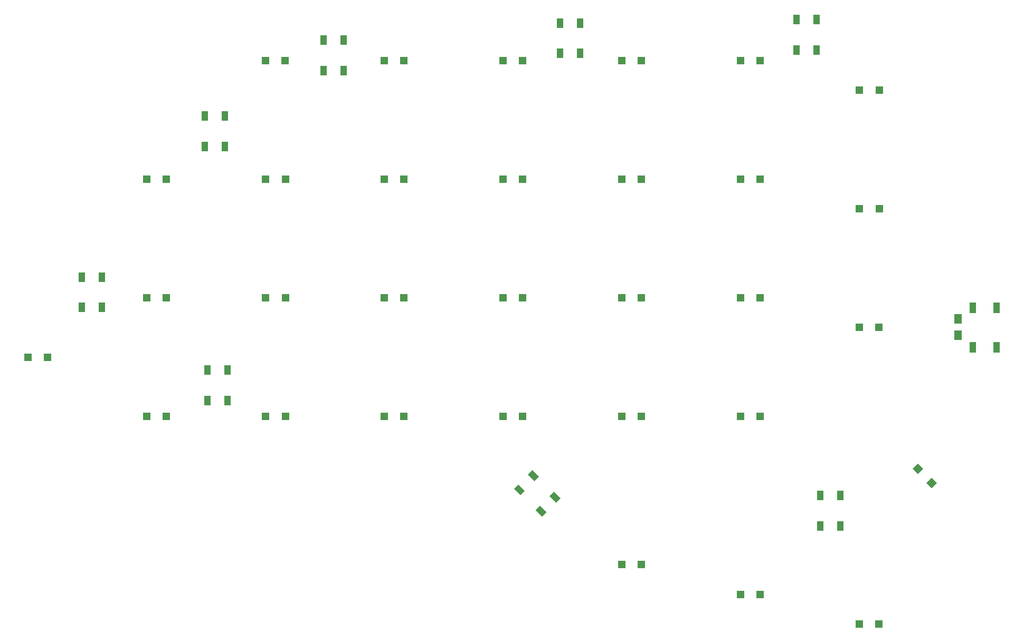
<source format=gbp>
%TF.GenerationSoftware,KiCad,Pcbnew,5.1.9*%
%TF.CreationDate,2021-04-17T11:05:04+02:00*%
%TF.ProjectId,Crystal-Zeliska,43727973-7461-46c2-9d5a-656c69736b61,rev?*%
%TF.SameCoordinates,Original*%
%TF.FileFunction,Paste,Bot*%
%TF.FilePolarity,Positive*%
%FSLAX46Y46*%
G04 Gerber Fmt 4.6, Leading zero omitted, Abs format (unit mm)*
G04 Created by KiCad (PCBNEW 5.1.9) date 2021-04-17 11:05:04*
%MOMM*%
%LPD*%
G01*
G04 APERTURE LIST*
%ADD10R,1.200000X1.200000*%
%ADD11R,1.000000X1.500000*%
%ADD12R,1.000000X1.700000*%
%ADD13C,0.100000*%
%ADD14R,1.200000X1.500000*%
G04 APERTURE END LIST*
D10*
%TO.C,D6*%
X96719420Y-73681140D03*
X93569420Y-73681140D03*
%TD*%
%TO.C,D28*%
X188819420Y-78438640D03*
X191969420Y-78438640D03*
%TD*%
%TO.C,D29*%
X191949420Y-97488640D03*
X188799420Y-97488640D03*
%TD*%
%TO.C,D1*%
X74509420Y-73681140D03*
X77659420Y-73681140D03*
%TD*%
%TO.C,D9*%
X112609420Y-54621140D03*
X115759420Y-54621140D03*
%TD*%
%TO.C,D24*%
X169759420Y-92731140D03*
X172909420Y-92731140D03*
%TD*%
%TO.C,D15*%
X134809420Y-92718640D03*
X131659420Y-92718640D03*
%TD*%
%TO.C,D13*%
X131659420Y-54621140D03*
X134809420Y-54621140D03*
%TD*%
%TO.C,D19*%
X150709420Y-92711140D03*
X153859420Y-92711140D03*
%TD*%
%TO.C,D7*%
X93569420Y-92711140D03*
X96719420Y-92711140D03*
%TD*%
%TO.C,D2*%
X77659420Y-92721140D03*
X74509420Y-92721140D03*
%TD*%
D11*
%TO.C,D39*%
X102824420Y-51308640D03*
X106024420Y-51308640D03*
X102824420Y-56208640D03*
X106024420Y-56208640D03*
%TD*%
D10*
%TO.C,D10*%
X115759420Y-73691140D03*
X112609420Y-73691140D03*
%TD*%
%TO.C,D14*%
X134809420Y-73681140D03*
X131659420Y-73681140D03*
%TD*%
%TO.C,D18*%
X153834420Y-73648640D03*
X150684420Y-73648640D03*
%TD*%
%TO.C,D22*%
X169759420Y-54621140D03*
X172909420Y-54621140D03*
%TD*%
%TO.C,D15*%
X115759420Y-92728640D03*
X112609420Y-92728640D03*
%TD*%
%TO.C,D23*%
X172909420Y-73681140D03*
X169759420Y-73681140D03*
%TD*%
%TO.C,D21*%
X153859420Y-135588640D03*
X150709420Y-135588640D03*
%TD*%
%TO.C,D3*%
X77659420Y-111778640D03*
X74509420Y-111778640D03*
%TD*%
%TO.C,D8*%
X93569420Y-111778640D03*
X96719420Y-111778640D03*
%TD*%
%TO.C,D5*%
X96709420Y-54631140D03*
X93559420Y-54631140D03*
%TD*%
D12*
%TO.C,SW1*%
X206974420Y-94358640D03*
X206974420Y-100658640D03*
X210774420Y-94358640D03*
X210774420Y-100658640D03*
%TD*%
D11*
%TO.C,D35*%
X178714420Y-48038640D03*
X181914420Y-48038640D03*
X178714420Y-52938640D03*
X181914420Y-52938640D03*
%TD*%
%TO.C,D37*%
X140804420Y-48568640D03*
X144004420Y-48568640D03*
X140804420Y-53468640D03*
X144004420Y-53468640D03*
%TD*%
%TO.C,D38*%
X182554420Y-124438640D03*
X185754420Y-124438640D03*
X182554420Y-129338640D03*
X185754420Y-129338640D03*
%TD*%
D13*
%TO.C,D40*%
G36*
X135144521Y-123714376D02*
G01*
X134437415Y-124421482D01*
X133376755Y-123360822D01*
X134083861Y-122653716D01*
X135144521Y-123714376D01*
G37*
G36*
X137407262Y-121451635D02*
G01*
X136700156Y-122158741D01*
X135639496Y-121098081D01*
X136346602Y-120390975D01*
X137407262Y-121451635D01*
G37*
G36*
X138609344Y-127179199D02*
G01*
X137902238Y-127886305D01*
X136841578Y-126825645D01*
X137548684Y-126118539D01*
X138609344Y-127179199D01*
G37*
G36*
X140872085Y-124916458D02*
G01*
X140164979Y-125623564D01*
X139104319Y-124562904D01*
X139811425Y-123855798D01*
X140872085Y-124916458D01*
G37*
%TD*%
D11*
%TO.C,D41*%
X87004420Y-68388640D03*
X83804420Y-68388640D03*
X87004420Y-63488640D03*
X83804420Y-63488640D03*
%TD*%
%TO.C,D42*%
X84224420Y-104328640D03*
X87424420Y-104328640D03*
X84224420Y-109228640D03*
X87424420Y-109228640D03*
%TD*%
%TO.C,D43*%
X64094420Y-89378640D03*
X67294420Y-89378640D03*
X64094420Y-94278640D03*
X67294420Y-94278640D03*
%TD*%
D10*
%TO.C,D17*%
X150709420Y-54621140D03*
X153859420Y-54621140D03*
%TD*%
%TO.C,D27*%
X191969420Y-59378640D03*
X188819420Y-59378640D03*
%TD*%
%TO.C,D20*%
X150709420Y-111781140D03*
X153859420Y-111781140D03*
%TD*%
%TO.C,D25*%
X172909420Y-111778640D03*
X169759420Y-111778640D03*
%TD*%
%TO.C,D16*%
X131659420Y-111781140D03*
X134809420Y-111781140D03*
%TD*%
%TO.C,D4*%
X58609420Y-102248640D03*
X55459420Y-102248640D03*
%TD*%
%TO.C,D12*%
X112609420Y-111778640D03*
X115759420Y-111778640D03*
%TD*%
%TO.C,D31*%
X188809420Y-145113640D03*
X191959420Y-145113640D03*
%TD*%
D13*
%TO.C,D30*%
G36*
X197304699Y-120184947D02*
G01*
X198153227Y-119336419D01*
X199001755Y-120184947D01*
X198153227Y-121033475D01*
X197304699Y-120184947D01*
G37*
G36*
X199532085Y-122412333D02*
G01*
X200380613Y-121563805D01*
X201229141Y-122412333D01*
X200380613Y-123260861D01*
X199532085Y-122412333D01*
G37*
%TD*%
D10*
%TO.C,D26*%
X169759420Y-140346140D03*
X172909420Y-140346140D03*
%TD*%
D14*
%TO.C,R1*%
X204595670Y-98768640D03*
X204595670Y-96068640D03*
%TD*%
M02*

</source>
